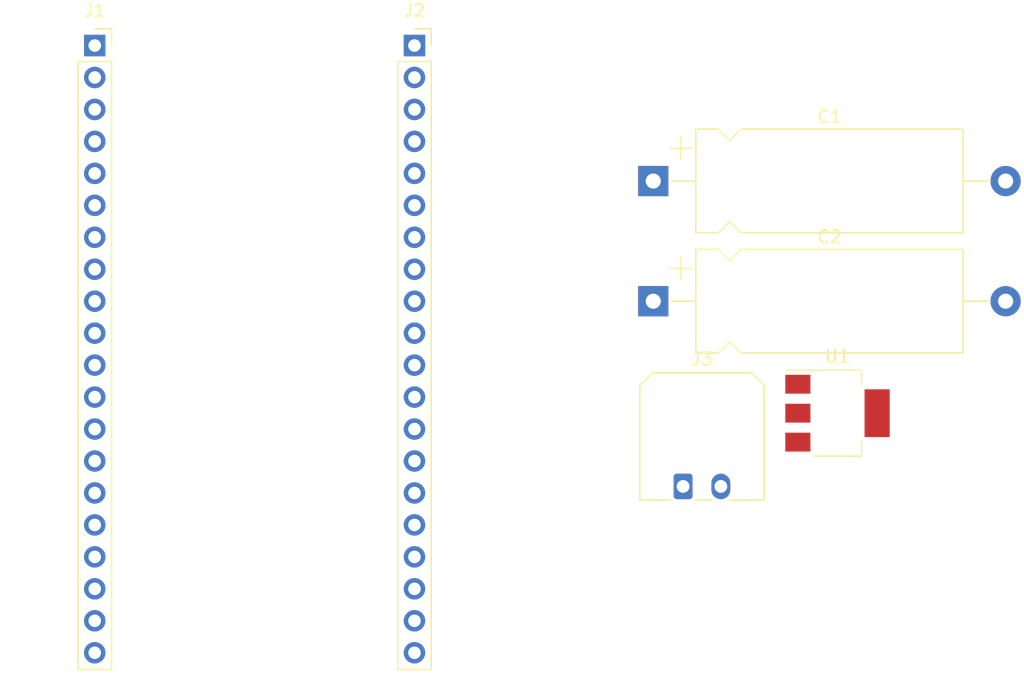
<source format=kicad_pcb>
(kicad_pcb (version 20221018) (generator pcbnew)
  (layers (0 "F.Cu" signal) (31 "B.Cu" signal) (34 "B.Paste" user) (35 "F.Paste" user) (36 "B.SilkS" user "B.Silkscreen") (37 "F.SilkS" user "F.Silkscreen") (38 "B.Mask" user) (39 "F.Mask" user) (44 "Edge.Cuts" user))
  (net 0 "")
  (net 41 "Net-(J3-Pin_1)")
  (net 42 "GND")
  (net 43 "Net-(U1-VO)")
  (footprint "Connector_PinSocket_2.54mm:PinSocket_1x20_P2.54mm_Vertical" (layer "F.Cu") (at 149.87 52.07)
    (fp_text reference "J2" (at 0 -2.77) (layer "F.SilkS"))
    (fp_text value "Conn_01x20_Socket")
    (fp_line (start -1.33 1.27) (end -1.33 49.59) (stroke (width 0.12)) (layer "F.SilkS"))
    (fp_line (start -1.33 1.27) (end 1.33 1.27) (stroke (width 0.12)) (layer "F.SilkS"))
    (fp_line (start -1.33 49.59) (end 1.33 49.59) (stroke (width 0.12)) (layer "F.SilkS"))
    (fp_line (start 0 -1.33) (end 1.33 -1.33) (stroke (width 0.12)) (layer "F.SilkS"))
    (fp_line (start 1.33 -1.33) (end 1.33 0) (stroke (width 0.12)) (layer "F.SilkS"))
    (fp_line (start 1.33 1.27) (end 1.33 49.59) (stroke (width 0.12)) (layer "F.SilkS"))
    (pad "1" thru_hole rect (at 0 0) (size 1.7 1.7) (drill 1) (layers "*.Cu" "*.Mask"))
    (pad "2" thru_hole oval (at 0 2.54) (size 1.7 1.7) (drill 1) (layers "*.Cu" "*.Mask"))
    (pad "3" thru_hole oval (at 0 5.08) (size 1.7 1.7) (drill 1) (layers "*.Cu" "*.Mask"))
    (pad "4" thru_hole oval (at 0 7.62) (size 1.7 1.7) (drill 1) (layers "*.Cu" "*.Mask"))
    (pad "5" thru_hole oval (at 0 10.16) (size 1.7 1.7) (drill 1) (layers "*.Cu" "*.Mask"))
    (pad "6" thru_hole oval (at 0 12.7) (size 1.7 1.7) (drill 1) (layers "*.Cu" "*.Mask"))
    (pad "7" thru_hole oval (at 0 15.24) (size 1.7 1.7) (drill 1) (layers "*.Cu" "*.Mask"))
    (pad "8" thru_hole oval (at 0 17.78) (size 1.7 1.7) (drill 1) (layers "*.Cu" "*.Mask"))
    (pad "9" thru_hole oval (at 0 20.32) (size 1.7 1.7) (drill 1) (layers "*.Cu" "*.Mask"))
    (pad "10" thru_hole oval (at 0 22.86) (size 1.7 1.7) (drill 1) (layers "*.Cu" "*.Mask"))
    (pad "11" thru_hole oval (at 0 25.4) (size 1.7 1.7) (drill 1) (layers "*.Cu" "*.Mask"))
    (pad "12" thru_hole oval (at 0 27.94) (size 1.7 1.7) (drill 1) (layers "*.Cu" "*.Mask"))
    (pad "13" thru_hole oval (at 0 30.48) (size 1.7 1.7) (drill 1) (layers "*.Cu" "*.Mask"))
    (pad "14" thru_hole oval (at 0 33.02) (size 1.7 1.7) (drill 1) (layers "*.Cu" "*.Mask"))
    (pad "15" thru_hole oval (at 0 35.56) (size 1.7 1.7) (drill 1) (layers "*.Cu" "*.Mask"))
    (pad "16" thru_hole oval (at 0 38.1) (size 1.7 1.7) (drill 1) (layers "*.Cu" "*.Mask"))
    (pad "17" thru_hole oval (at 0 40.64) (size 1.7 1.7) (drill 1) (layers "*.Cu" "*.Mask"))
    (pad "18" thru_hole oval (at 0 43.18) (size 1.7 1.7) (drill 1) (layers "*.Cu" "*.Mask"))
    (pad "19" thru_hole oval (at 0 45.72) (size 1.7 1.7) (drill 1) (layers "*.Cu" "*.Mask"))
    (pad "20" thru_hole oval (at 0 48.26) (size 1.7 1.7) (drill 1) (layers "*.Cu" "*.Mask"))
  )
  (footprint "Connector_Molex:Molex_Micro-Fit_3.0_43650-0200_1x02_P3.00mm_Horizontal" (layer "F.Cu") (at 171.22 87.11)
    (fp_text reference "J3" (at 1.5 -10.12) (layer "F.SilkS"))
    (fp_text value "Conn_01x02_Socket")
    (fp_line (start -3.435 -8.03) (end -2.435 -9.03) (stroke (width 0.12)) (layer "F.SilkS"))
    (fp_line (start -3.435 1.09) (end -3.435 -8.03) (stroke (width 0.12)) (layer "F.SilkS"))
    (fp_line (start -3.435 1.09) (end -1.01 1.09) (stroke (width 0.12)) (layer "F.SilkS"))
    (fp_line (start -2.435 -9.03) (end 5.435 -9.03) (stroke (width 0.12)) (layer "F.SilkS"))
    (fp_line (start 1.01 1.09) (end 2.348233 1.09) (stroke (width 0.12)) (layer "F.SilkS"))
    (fp_line (start 5.435 -9.03) (end 6.435 -8.03) (stroke (width 0.12)) (layer "F.SilkS"))
    (fp_line (start 6.435 -8.03) (end 6.435 1.09) (stroke (width 0.12)) (layer "F.SilkS"))
    (fp_line (start 6.435 1.09) (end 3.651767 1.09) (stroke (width 0.12)) (layer "F.SilkS"))
    (pad "" np_thru_hole circle (at 1.5 -4.32) (size 3 3) (drill 3) (layers "*.Cu" "*.Mask"))
    (pad "1" thru_hole roundrect (at 0 0) (size 1.5 2.02) (drill 1.02) (layers "*.Cu" "*.Mask") (roundrect_rratio 0.166667) (net 41 "Net-(J3-Pin_1)"))
    (pad "2" thru_hole oval (at 3 0) (size 1.5 2.02) (drill 1.02) (layers "*.Cu" "*.Mask") (net 42 "GND"))
  )
  (footprint "Package_TO_SOT_SMD:SOT-223-3_TabPin2" (layer "F.Cu") (at 183.49 81.29)
    (fp_text reference "U1" (at 0 -4.5) (layer "F.SilkS"))
    (fp_text value "LD1117S33TR_SOT223")
    (fp_line (start -4.1 -3.41) (end 1.91 -3.41) (stroke (width 0.12)) (layer "F.SilkS"))
    (fp_line (start -1.85 3.41) (end 1.91 3.41) (stroke (width 0.12)) (layer "F.SilkS"))
    (fp_line (start 1.91 -3.41) (end 1.91 -2.15) (stroke (width 0.12)) (layer "F.SilkS"))
    (fp_line (start 1.91 3.41) (end 1.91 2.15) (stroke (width 0.12)) (layer "F.SilkS"))
    (pad "1" smd rect (at -3.15 -2.3) (size 2 1.5) (layers "F.Cu" "F.Paste" "F.Mask") (net 42 "GND"))
    (pad "2" smd rect (at -3.15 0) (size 2 1.5) (layers "F.Cu" "F.Paste" "F.Mask") (net 43 "Net-(U1-VO)"))
    (pad "2" smd rect (at 3.15 0) (size 2 3.8) (layers "F.Cu" "F.Paste" "F.Mask") (net 43 "Net-(U1-VO)"))
    (pad "3" smd rect (at -3.15 2.3) (size 2 1.5) (layers "F.Cu" "F.Paste" "F.Mask") (net 41 "Net-(J3-Pin_1)"))
  )
  (footprint "Connector_PinSocket_2.54mm:PinSocket_1x20_P2.54mm_Vertical" (layer "F.Cu") (at 124.46 52.07)
    (fp_text reference "J1" (at 0 -2.77) (layer "F.SilkS"))
    (fp_text value "Conn_01x20_Socket")
    (fp_line (start -1.33 1.27) (end -1.33 49.59) (stroke (width 0.12)) (layer "F.SilkS"))
    (fp_line (start -1.33 1.27) (end 1.33 1.27) (stroke (width 0.12)) (layer "F.SilkS"))
    (fp_line (start -1.33 49.59) (end 1.33 49.59) (stroke (width 0.12)) (layer "F.SilkS"))
    (fp_line (start 0 -1.33) (end 1.33 -1.33) (stroke (width 0.12)) (layer "F.SilkS"))
    (fp_line (start 1.33 -1.33) (end 1.33 0) (stroke (width 0.12)) (layer "F.SilkS"))
    (fp_line (start 1.33 1.27) (end 1.33 49.59) (stroke (width 0.12)) (layer "F.SilkS"))
    (pad "1" thru_hole rect (at 0 0) (size 1.7 1.7) (drill 1) (layers "*.Cu" "*.Mask"))
    (pad "2" thru_hole oval (at 0 2.54) (size 1.7 1.7) (drill 1) (layers "*.Cu" "*.Mask"))
    (pad "3" thru_hole oval (at 0 5.08) (size 1.7 1.7) (drill 1) (layers "*.Cu" "*.Mask"))
    (pad "4" thru_hole oval (at 0 7.62) (size 1.7 1.7) (drill 1) (layers "*.Cu" "*.Mask"))
    (pad "5" thru_hole oval (at 0 10.16) (size 1.7 1.7) (drill 1) (layers "*.Cu" "*.Mask"))
    (pad "6" thru_hole oval (at 0 12.7) (size 1.7 1.7) (drill 1) (layers "*.Cu" "*.Mask"))
    (pad "7" thru_hole oval (at 0 15.24) (size 1.7 1.7) (drill 1) (layers "*.Cu" "*.Mask"))
    (pad "8" thru_hole oval (at 0 17.78) (size 1.7 1.7) (drill 1) (layers "*.Cu" "*.Mask"))
    (pad "9" thru_hole oval (at 0 20.32) (size 1.7 1.7) (drill 1) (layers "*.Cu" "*.Mask"))
    (pad "10" thru_hole oval (at 0 22.86) (size 1.7 1.7) (drill 1) (layers "*.Cu" "*.Mask"))
    (pad "11" thru_hole oval (at 0 25.4) (size 1.7 1.7) (drill 1) (layers "*.Cu" "*.Mask"))
    (pad "12" thru_hole oval (at 0 27.94) (size 1.7 1.7) (drill 1) (layers "*.Cu" "*.Mask"))
    (pad "13" thru_hole oval (at 0 30.48) (size 1.7 1.7) (drill 1) (layers "*.Cu" "*.Mask"))
    (pad "14" thru_hole oval (at 0 33.02) (size 1.7 1.7) (drill 1) (layers "*.Cu" "*.Mask"))
    (pad "15" thru_hole oval (at 0 35.56) (size 1.7 1.7) (drill 1) (layers "*.Cu" "*.Mask"))
    (pad "16" thru_hole oval (at 0 38.1) (size 1.7 1.7) (drill 1) (layers "*.Cu" "*.Mask"))
    (pad "17" thru_hole oval (at 0 40.64) (size 1.7 1.7) (drill 1) (layers "*.Cu" "*.Mask"))
    (pad "18" thru_hole oval (at 0 43.18) (size 1.7 1.7) (drill 1) (layers "*.Cu" "*.Mask"))
    (pad "19" thru_hole oval (at 0 45.72) (size 1.7 1.7) (drill 1) (layers "*.Cu" "*.Mask"))
    (pad "20" thru_hole oval (at 0 48.26) (size 1.7 1.7) (drill 1) (layers "*.Cu" "*.Mask"))
  )
  (footprint "Capacitor_THT:CP_Axial_L21.0mm_D8.0mm_P28.00mm_Horizontal" (layer "F.Cu") (at 168.85 62.84)
    (fp_text reference "C1" (at 14 -5.12) (layer "F.SilkS"))
    (fp_text value "C_Small")
    (fp_line (start 1.28 -2.6) (end 3.08 -2.6) (stroke (width 0.12)) (layer "F.SilkS"))
    (fp_line (start 1.44 0) (end 3.38 0) (stroke (width 0.12)) (layer "F.SilkS"))
    (fp_line (start 2.18 -3.5) (end 2.18 -1.7) (stroke (width 0.12)) (layer "F.SilkS"))
    (fp_line (start 3.38 -4.12) (end 3.38 4.12) (stroke (width 0.12)) (layer "F.SilkS"))
    (fp_line (start 3.38 -4.12) (end 5.18 -4.12) (stroke (width 0.12)) (layer "F.SilkS"))
    (fp_line (start 3.38 4.12) (end 5.18 4.12) (stroke (width 0.12)) (layer "F.SilkS"))
    (fp_line (start 5.18 -4.12) (end 6.08 -3.22) (stroke (width 0.12)) (layer "F.SilkS"))
    (fp_line (start 5.18 4.12) (end 6.08 3.22) (stroke (width 0.12)) (layer "F.SilkS"))
    (fp_line (start 6.08 -3.22) (end 6.98 -4.12) (stroke (width 0.12)) (layer "F.SilkS"))
    (fp_line (start 6.08 3.22) (end 6.98 4.12) (stroke (width 0.12)) (layer "F.SilkS"))
    (fp_line (start 6.98 -4.12) (end 24.62 -4.12) (stroke (width 0.12)) (layer "F.SilkS"))
    (fp_line (start 6.98 4.12) (end 24.62 4.12) (stroke (width 0.12)) (layer "F.SilkS"))
    (fp_line (start 24.62 -4.12) (end 24.62 4.12) (stroke (width 0.12)) (layer "F.SilkS"))
    (fp_line (start 26.56 0) (end 24.62 0) (stroke (width 0.12)) (layer "F.SilkS"))
    (pad "1" thru_hole rect (at 0 0) (size 2.4 2.4) (drill 1.2) (layers "*.Cu" "*.Mask") (net 41 "Net-(J3-Pin_1)"))
    (pad "2" thru_hole oval (at 28 0) (size 2.4 2.4) (drill 1.2) (layers "*.Cu" "*.Mask") (net 42 "GND"))
  )
  (footprint "Capacitor_THT:CP_Axial_L21.0mm_D8.0mm_P28.00mm_Horizontal" (layer "F.Cu") (at 168.85 72.39)
    (fp_text reference "C2" (at 14 -5.12) (layer "F.SilkS"))
    (fp_text value "C_Small")
    (fp_line (start 1.28 -2.6) (end 3.08 -2.6) (stroke (width 0.12)) (layer "F.SilkS"))
    (fp_line (start 1.44 0) (end 3.38 0) (stroke (width 0.12)) (layer "F.SilkS"))
    (fp_line (start 2.18 -3.5) (end 2.18 -1.7) (stroke (width 0.12)) (layer "F.SilkS"))
    (fp_line (start 3.38 -4.12) (end 3.38 4.12) (stroke (width 0.12)) (layer "F.SilkS"))
    (fp_line (start 3.38 -4.12) (end 5.18 -4.12) (stroke (width 0.12)) (layer "F.SilkS"))
    (fp_line (start 3.38 4.12) (end 5.18 4.12) (stroke (width 0.12)) (layer "F.SilkS"))
    (fp_line (start 5.18 -4.12) (end 6.08 -3.22) (stroke (width 0.12)) (layer "F.SilkS"))
    (fp_line (start 5.18 4.12) (end 6.08 3.22) (stroke (width 0.12)) (layer "F.SilkS"))
    (fp_line (start 6.08 -3.22) (end 6.98 -4.12) (stroke (width 0.12)) (layer "F.SilkS"))
    (fp_line (start 6.08 3.22) (end 6.98 4.12) (stroke (width 0.12)) (layer "F.SilkS"))
    (fp_line (start 6.98 -4.12) (end 24.62 -4.12) (stroke (width 0.12)) (layer "F.SilkS"))
    (fp_line (start 6.98 4.12) (end 24.62 4.12) (stroke (width 0.12)) (layer "F.SilkS"))
    (fp_line (start 24.62 -4.12) (end 24.62 4.12) (stroke (width 0.12)) (layer "F.SilkS"))
    (fp_line (start 26.56 0) (end 24.62 0) (stroke (width 0.12)) (layer "F.SilkS"))
    (pad "1" thru_hole rect (at 0 0) (size 2.4 2.4) (drill 1.2) (layers "*.Cu" "*.Mask") (net 43 "Net-(U1-VO)"))
    (pad "2" thru_hole oval (at 28 0) (size 2.4 2.4) (drill 1.2) (layers "*.Cu" "*.Mask") (net 42 "GND"))
  )
)
</source>
